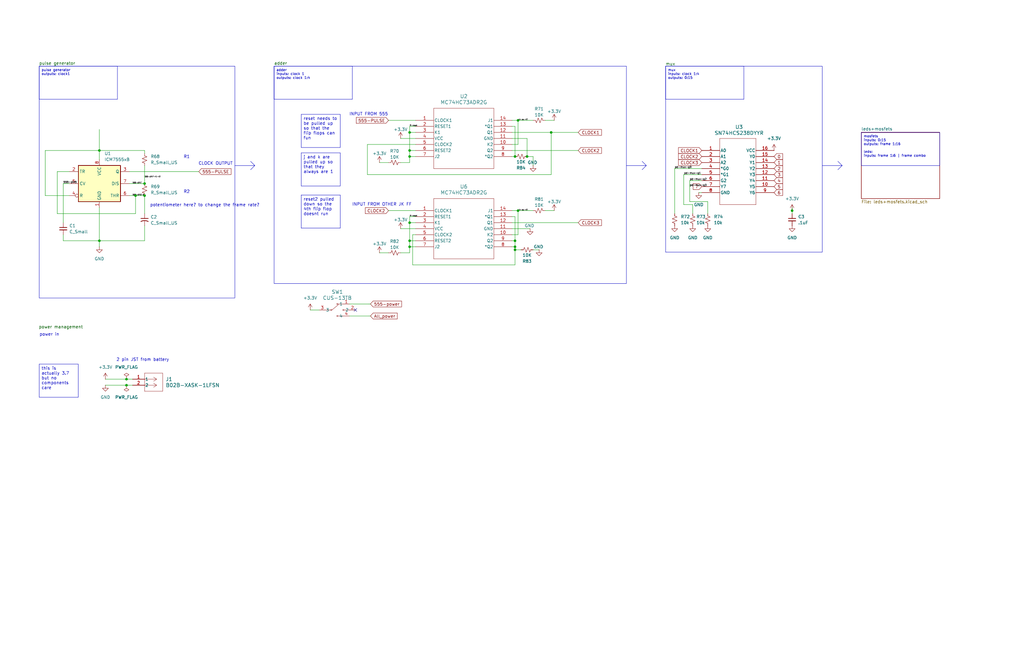
<source format=kicad_sch>
(kicad_sch (version 20250114) (generator "eeschema") (generator_version "9.0")
  (paper "USLedger")
  (lib_symbols
    (symbol "1X02_JST:B02B-XASK-1LFSN" (pin_names (offset 0.254))
      (property "Reference" "J" (at 8.89 6.35 0))
      (property "Value" "B02B-XASK-1LFSN" (at 0 0 0))
      (symbol "B02B-XASK-1LFSN_1_1"
        (polyline (pts (xy 5.08 2.54) (xy 5.08 -5.08)) (stroke (width 0.127)))
        (polyline (pts (xy 5.08 -5.08) (xy 12.7 -5.08)) (stroke (width 0.127)))
        (polyline (pts (xy 10.16 0) (xy 5.08 0)) (stroke (width 0.127)))
        (polyline (pts (xy 10.16 0) (xy 8.89 0.8467)) (stroke (width 0.127)))
        (polyline (pts (xy 10.16 0) (xy 8.89 -0.8467)) (stroke (width 0.127)))
        (polyline (pts (xy 10.16 -2.54) (xy 5.08 -2.54)) (stroke (width 0.127)))
        (polyline (pts (xy 10.16 -2.54) (xy 8.89 -1.6933)) (stroke (width 0.127)))
        (polyline (pts (xy 10.16 -2.54) (xy 8.89 -3.3867)) (stroke (width 0.127)))
        (polyline (pts (xy 12.7 2.54) (xy 5.08 2.54)) (stroke (width 0.127)))
        (polyline (pts (xy 12.7 -5.08) (xy 12.7 2.54)) (stroke (width 0.127)))
        (pin unspecified line (at 0 0 0) (length 5.08) (name "1") (number "1"))
        (pin unspecified line (at 0 -2.54 0) (length 5.08) (name "2") (number "2"))
      )
      (symbol "B02B-XASK-1LFSN_1_2"
        (polyline (pts (xy 5.08 2.54) (xy 5.08 -5.08)) (stroke (width 0.127)))
        (polyline (pts (xy 5.08 -5.08) (xy 12.7 -5.08)) (stroke (width 0.127)))
        (polyline (pts (xy 7.62 0) (xy 5.08 0)) (stroke (width 0.127)))
        (polyline (pts (xy 7.62 0) (xy 8.89 0.8467)) (stroke (width 0.127)))
        (polyline (pts (xy 7.62 0) (xy 8.89 -0.8467)) (stroke (width 0.127)))
        (polyline (pts (xy 7.62 -2.54) (xy 5.08 -2.54)) (stroke (width 0.127)))
        (polyline (pts (xy 7.62 -2.54) (xy 8.89 -1.6933)) (stroke (width 0.127)))
        (polyline (pts (xy 7.62 -2.54) (xy 8.89 -3.3867)) (stroke (width 0.127)))
        (polyline (pts (xy 12.7 2.54) (xy 5.08 2.54)) (stroke (width 0.127)))
        (polyline (pts (xy 12.7 -5.08) (xy 12.7 2.54)) (stroke (width 0.127)))
        (pin unspecified line (at 0 0 0) (length 5.08) (name "1") (number "1"))
        (pin unspecified line (at 0 -2.54 0) (length 5.08) (name "2") (number "2"))
      )
    )
    (symbol "Device:C_Small" (pin_numbers (hide yes)) (pin_names (offset 0.254) (hide yes))
      (property "Reference" "C" (at 0.254 1.778 0))
      (property "Value" "C_Small" (at 0.254 -2.032 0))
      (symbol "C_Small_0_1"
        (polyline (pts (xy -1.524 0.508) (xy 1.524 0.508)) (stroke (width 0.3048)))
        (polyline (pts (xy -1.524 -0.508) (xy 1.524 -0.508)) (stroke (width 0.3302)))
      )
      (symbol "C_Small_1_1"
        (pin passive line (at 0 2.54 270) (length 2.032) (name "~") (number "1"))
        (pin passive line (at 0 -2.54 90) (length 2.032) (name "~") (number "2"))
      )
    )
    (symbol "Device:C_Small_US" (pin_numbers (hide yes)) (pin_names (offset 0.254) (hide yes))
      (property "Reference" "C" (at 0.254 1.778 0))
      (property "Value" "C_Small_US" (at 0.254 -2.032 0))
      (symbol "C_Small_US_0_1"
        (polyline (pts (xy -1.524 0.508) (xy 1.524 0.508)) (stroke (width 0.3048)))
        (arc (start -1.524 -0.762) (mid 0 -0.3734) (end 1.524 -0.762) (stroke (width 0.3048)))
      )
      (symbol "C_Small_US_1_1"
        (pin passive line (at 0 2.54 270) (length 2.032) (name "~") (number "1"))
        (pin passive line (at 0 -2.54 90) (length 2.032) (name "~") (number "2"))
      )
    )
    (symbol "Device:R_Small_US" (pin_numbers (hide yes)) (pin_names (offset 0.254) (hide yes))
      (property "Reference" "R" (at 0.762 0.508 0))
      (property "Value" "R_Small_US" (at 0.762 -1.016 0))
      (symbol "R_Small_US_1_1"
        (polyline (pts (xy 0 1.524) (xy 1.016 1.143) (xy 0 0.762) (xy -1.016 0.381) (xy 0 0)))
        (polyline (pts (xy 0 0) (xy 1.016 -0.381) (xy 0 -0.762) (xy -1.016 -1.143) (xy 0 -1.524)))
        (pin passive line (at 0 2.54 270) (length 1.016) (name "~") (number "1"))
        (pin passive line (at 0 -2.54 90) (length 1.016) (name "~") (number "2"))
      )
    )
    (symbol "MC74HC73ADR2G_JK-FLIPFLOP:MC74HC73ADR2G" (pin_names (offset 0.254))
      (property "Reference" "U" (at 20.32 10.16 0))
      (property "Value" "MC74HC73ADR2G" (at 20.32 7.62 0))
      (symbol "MC74HC73ADR2G_0_1"
        (polyline (pts (xy 7.62 5.08) (xy 7.62 -20.32)) (stroke (width 0.127)))
        (polyline (pts (xy 7.62 -20.32) (xy 33.02 -20.32)) (stroke (width 0.127)))
        (polyline (pts (xy 33.02 5.08) (xy 7.62 5.08)) (stroke (width 0.127)))
        (polyline (pts (xy 33.02 -20.32) (xy 33.02 5.08)) (stroke (width 0.127)))
        (pin input line (at 0 0 0) (length 7.62) (name "CLOCK1") (number "1"))
        (pin input line (at 0 -2.54 0) (length 7.62) (name "RESET1") (number "2"))
        (pin input line (at 0 -5.08 0) (length 7.62) (name "K1") (number "3"))
        (pin power_in line (at 0 -7.62 0) (length 7.62) (name "VCC") (number "4"))
        (pin input line (at 0 -10.16 0) (length 7.62) (name "CLOCK2") (number "5"))
        (pin input line (at 0 -12.7 0) (length 7.62) (name "RESET2") (number "6"))
        (pin input line (at 0 -15.24 0) (length 7.62) (name "J2") (number "7"))
        (pin input line (at 40.64 0 180) (length 7.62) (name "J1") (number "14"))
        (pin output line (at 40.64 -2.54 180) (length 7.62) (name "*Q1") (number "13"))
        (pin output line (at 40.64 -5.08 180) (length 7.62) (name "Q1") (number "12"))
        (pin power_in line (at 40.64 -7.62 180) (length 7.62) (name "GND") (number "11"))
        (pin input line (at 40.64 -10.16 180) (length 7.62) (name "K2") (number "10"))
        (pin output line (at 40.64 -12.7 180) (length 7.62) (name "Q2") (number "9"))
        (pin output line (at 40.64 -15.24 180) (length 7.62) (name "*Q2") (number "8"))
      )
    )
    (symbol "SN74HCS238DYYR-3-8-MUX:SN74HCS238DYYR" (pin_names (offset 0.254))
      (property "Reference" "U5" (at 15.748 9.906 0))
      (property "Value" "SN74HCS238DYYR" (at 15.748 7.366 0))
      (symbol "SN74HCS238DYYR_0_1"
        (polyline (pts (xy 7.62 5.08) (xy 7.62 -22.86)) (stroke (width 0.127)))
        (polyline (pts (xy 7.62 -22.86) (xy 22.86 -22.86)) (stroke (width 0.127)))
        (polyline (pts (xy 22.86 5.08) (xy 7.62 5.08)) (stroke (width 0.127)))
        (polyline (pts (xy 22.86 -22.86) (xy 22.86 5.08)) (stroke (width 0.127)))
        (pin input line (at 0 0 0) (length 7.62) (name "A0") (number "1"))
        (pin input line (at 0 -2.54 0) (length 7.62) (name "A1") (number "2"))
        (pin input line (at 0 -5.08 0) (length 7.62) (name "A2") (number "3"))
        (pin input line (at 0 -7.62 0) (length 7.62) (name "*G0") (number "4"))
        (pin input line (at 0 -10.16 0) (length 7.62) (name "*G1") (number "5"))
        (pin input line (at 0 -12.7 0) (length 7.62) (name "G2") (number "6"))
        (pin output line (at 0 -15.24 0) (length 7.62) (name "Y7") (number "7"))
        (pin power_out line (at 0 -17.78 0) (length 7.62) (name "GND") (number "8"))
        (pin power_in line (at 30.48 0 180) (length 7.62) (name "VCC") (number "16"))
        (pin output line (at 30.48 -2.54 180) (length 7.62) (name "Y0") (number "15"))
        (pin output line (at 30.48 -5.08 180) (length 7.62) (name "Y1") (number "14"))
        (pin output line (at 30.48 -7.62 180) (length 7.62) (name "Y2") (number "13"))
        (pin output line (at 30.48 -10.16 180) (length 7.62) (name "Y3") (number "12"))
        (pin output line (at 30.48 -12.7 180) (length 7.62) (name "Y4") (number "11"))
        (pin output line (at 30.48 -15.24 180) (length 7.62) (name "Y5") (number "10"))
        (pin output line (at 30.48 -17.78 180) (length 7.62) (name "Y6") (number "9"))
      )
    )
    (symbol "Timer:ICM7555xB"
      (property "Reference" "U" (at -10.16 8.89 0))
      (property "Value" "ICM7555xB" (at 2.54 8.89 0))
      (symbol "ICM7555xB_0_0"
        (pin power_in line (at 0 10.16 270) (length 2.54) (name "VCC") (number "8"))
        (pin power_in line (at 0 -10.16 90) (length 2.54) (name "GND") (number "1"))
      )
      (symbol "ICM7555xB_0_1"
        (rectangle (start -8.89 -7.62) (end 8.89 7.62) (stroke (width 0.254)) (fill (type background)))
        (rectangle (start -8.89 -7.62) (end 8.89 7.62) (stroke (width 0.254)) (fill (type background)))
      )
      (symbol "ICM7555xB_1_1"
        (pin input line (at -12.7 5.08 0) (length 3.81) (name "TR") (number "2"))
        (pin input line (at -12.7 0 0) (length 3.81) (name "CV") (number "5"))
        (pin input inverted (at -12.7 -5.08 0) (length 3.81) (name "R") (number "4"))
        (pin output line (at 12.7 5.08 180) (length 3.81) (name "Q") (number "3"))
        (pin input line (at 12.7 0 180) (length 3.81) (name "DIS") (number "7"))
        (pin input line (at 12.7 -5.08 180) (length 3.81) (name "THR") (number "6"))
      )
    )
    (symbol "power:+3.3V" (power) (pin_numbers (hide yes)) (pin_names (offset 0) (hide yes))
      (property "Value" "+3.3V" (at 0 3.556 0))
      (symbol "+3.3V_0_1"
        (polyline (pts (xy -0.762 1.27) (xy 0 2.54)))
        (polyline (pts (xy 0 2.54) (xy 0.762 1.27)))
        (polyline (pts (xy 0 0) (xy 0 2.54)))
      )
      (symbol "+3.3V_1_1"
        (pin power_in line (at 0 0 90) (length 0) (name "~") (number "1"))
      )
    )
    (symbol "power:GND" (power) (pin_numbers (hide yes)) (pin_names (offset 0) (hide yes))
      (property "Value" "GND" (at 0 -3.81 0))
      (symbol "GND_0_1"
        (polyline (pts (xy 0 0) (xy 0 -1.27) (xy 1.27 -1.27) (xy 0 -2.54) (xy -1.27 -1.27) (xy 0 -1.27)))
      )
      (symbol "GND_1_1"
        (pin power_in line (at 0 0 270) (length 0) (name "~") (number "1"))
      )
    )
    (symbol "power:PWR_FLAG" (power) (pin_numbers (hide yes)) (pin_names (offset 0) (hide yes))
      (property "Value" "PWR_FLAG" (at 0 3.81 0))
      (symbol "PWR_FLAG_0_0"
        (pin power_out line (at 0 0 90) (length 0) (name "~") (number "1"))
      )
      (symbol "PWR_FLAG_0_1"
        (polyline (pts (xy 0 0) (xy 0 1.27) (xy -1.016 1.905) (xy 0 2.54) (xy 1.016 1.905) (xy 0 1.27)))
      )
    )
    (symbol "sp3t-slide-switch:CUS-13TB" (pin_names (offset 0.254))
      (property "Reference" "SW" (at 10.16 12.7 0))
      (property "Value" "CUS-13TB" (at 10.16 10.16 0))
      (symbol "CUS-13TB_0_1"
        (polyline (pts (xy 2.54 0) (xy 4.826 0)) (stroke (width 0.127)))
        (circle (center 5.08 0) (radius 0.254) (stroke (width 0.127)))
        (polyline (pts (xy 5.334 0) (xy 8.128 2.286)) (stroke (width 0.127)))
        (circle (center 7.62 2.54) (radius 0.254) (stroke (width 0.127)))
        (circle (center 7.62 -2.54) (radius 0.254) (stroke (width 0.127)))
        (polyline (pts (xy 10.16 2.54) (xy 7.874 2.54)) (stroke (width 0.127)))
        (circle (center 10.16 0) (radius 0.254) (stroke (width 0.127)))
        (polyline (pts (xy 10.16 -2.54) (xy 7.874 -2.54)) (stroke (width 0.127)))
        (polyline (pts (xy 12.7 0) (xy 10.414 0)) (stroke (width 0.127)))
        (pin unspecified line (at 0 0 0) (length 2.54) (name "3") (number "3"))
        (pin unspecified line (at 12.7 2.54 180) (length 2.54) (name "1") (number "1"))
        (pin unspecified line (at 12.7 -2.54 180) (length 2.54) (name "4") (number "4"))
        (pin unspecified line (at 15.24 0 180) (length 2.54) (name "2") (number "2"))
      )
    )
  )
  (rectangle (start 280.67 27.94) (end 346.71 106.426))
  (rectangle (start 115.57 27.94) (end 264.16 119.634))
  (rectangle (start 16.51 27.94) (end 99.06 125.73))
  (text "CLOCK OUTPUT\n" (at 90.932 69.088 0) (effects (font (size 1.27 1.27))))
  (text "INPUT FROM 555" (at 155.448 48.26 0) (effects (font (size 1.27 1.27))))
  (text "adder\n" (at 118.364 26.924 0) (effects (font (size 1.27 1.27))))
  (text "R1\n" (at 78.74 66.294 0) (effects (font (size 1.27 1.27))))
  (text "mux" (at 282.702 27.178 0) (effects (font (size 1.27 1.27))))
  (text "R2\n" (at 78.74 81.026 0) (effects (font (size 1.27 1.27))))
  (text "INPUT FROM OTHER JK FF\n" (at 161.036 86.36 0) (effects (font (size 1.27 1.27))))
  (text "potentiometer here? to change the frame rate?" (at 86.36 86.614 0) (effects (font (size 1.27 1.27))))
  (text "pulse generator\n" (at 24.13 26.924 0) (effects (font (size 1.27 1.27))))
  (text "power management" (at 25.654 138.176 0) (effects (font (size 1.27 1.27))))
  (text "2 pin JST from battery\n" (at 60.198 151.892 0) (effects (font (size 1.27 1.27))))
  (text "power in" (at 20.828 141.224 0) (effects (font (size 1.27 1.27))))
  (text_box "j and k are pulled up so that they always are 1" (at 127 64.516 0) (size 16.51 13.97) (margins 0.9525 0.9525 0.9525 0.9525) (effects (font (size 1.27 1.27)) (justify left top)))
  (text_box "reset2 pulled down so the 4th flip flop doesnt run" (at 127 82.296 0) (size 16.51 13.97) (margins 0.9525 0.9525 0.9525 0.9525) (effects (font (size 1.27 1.27)) (justify left top)))
  (text_box "mosfets\ninputs: 0:15\noutputs: frame 1:16\n\nleds: \ninputs: frame 1:6 | frame combo" (at 363.22 55.88 0) (size 33.02 13.97) (margins 0.9525 0.9525 0.9525 0.9525) (effects (font (size 1.016 1.016)) (justify left top)))
  (text_box "reset needs to be pulled up so that the flip flops can fun" (at 127 48.26 0) (size 16.51 13.97) (margins 0.9525 0.9525 0.9525 0.9525) (effects (font (size 1.27 1.27)) (justify left top)))
  (text_box "pulse generator\noutputs: clock1" (at 16.51 27.94 0) (size 33.02 13.97) (margins 0.9525 0.9525 0.9525 0.9525) (effects (font (size 1.016 1.016)) (justify left top)))
  (text_box "mux\ninputs: clock 1:4\noutputs: 0:15" (at 280.67 27.94 0) (size 33.02 13.97) (margins 0.9525 0.9525 0.9525 0.9525) (effects (font (size 1.016 1.016)) (justify left top)))
  (text_box "adder\ninputs: clock 1\noutputs: clock 1:4" (at 115.57 27.94 0) (size 33.0199 13.97) (margins 0.9525 0.9525 0.9525 0.9525) (effects (font (size 1.016 1.016)) (justify left top)))
  (text_box "this is actually 3.7 but no components care\n" (at 16.51 153.67 0) (size 16.51 13.97) (margins 0.9525 0.9525 0.9525 0.9525) (effects (font (size 1.27 1.27)) (justify left top)))
  (junction (at 172.72 63.5))
  (junction (at 217.17 105.41))
  (junction (at 172.72 93.98))
  (junction (at 232.41 55.88))
  (junction (at 41.91 63.5))
  (junction (at 41.91 101.6))
  (junction (at 60.96 77.47))
  (junction (at 172.72 101.6))
  (junction (at 53.34 162.56))
  (junction (at 218.44 88.9))
  (junction (at 217.17 66.04))
  (junction (at 217.17 104.14))
  (junction (at 172.72 55.88))
  (junction (at 172.72 66.04))
  (junction (at 217.17 101.6))
  (junction (at 57.15 82.55))
  (junction (at 53.34 160.02))
  (junction (at 222.25 66.04))
  (junction (at 172.72 104.14))
  (junction (at 334.01 88.9))
  (junction (at 60.96 82.55))
  (junction (at 218.44 50.8))
  (no_connect (at 149.86 130.81))
  (wire (pts (xy 172.72 55.88) (xy 172.72 63.5)))
  (wire (pts (xy 292.1 86.36) (xy 292.1 90.17)))
  (wire (pts (xy 173.99 111.76) (xy 217.17 111.76)))
  (polyline (pts (xy 99.06 69.85) (xy 107.442 69.85)))
  (wire (pts (xy 156.21 133.35) (xy 147.32 133.35)))
  (wire (pts (xy 215.9 101.6) (xy 217.17 101.6)))
  (wire (pts (xy 288.29 73.66) (xy 288.29 86.36)))
  (wire (pts (xy 215.9 53.34) (xy 217.17 53.34)))
  (wire (pts (xy 160.02 68.58) (xy 163.83 68.58)))
  (wire (pts (xy 215.9 66.04) (xy 217.17 66.04)))
  (wire (pts (xy 217.17 53.34) (xy 217.17 66.04)))
  (wire (pts (xy 243.84 55.88) (xy 232.41 55.88)))
  (polyline (pts (xy 107.442 69.85) (xy 105.664 68.072)))
  (wire (pts (xy 295.91 76.2) (xy 290.83 76.2)))
  (wire (pts (xy 334.01 88.9) (xy 334.01 90.17)))
  (wire (pts (xy 154.94 60.96) (xy 154.94 73.66)))
  (wire (pts (xy 60.96 82.55) (xy 57.15 82.55)))
  (wire (pts (xy 26.67 99.06) (xy 26.67 101.6)))
  (wire (pts (xy 26.67 101.6) (xy 41.91 101.6)))
  (wire (pts (xy 232.41 55.88) (xy 215.9 55.88)))
  (wire (pts (xy 168.91 106.68) (xy 172.72 106.68)))
  (wire (pts (xy 217.17 105.41) (xy 219.71 105.41)))
  (wire (pts (xy 217.17 105.41) (xy 217.17 104.14)))
  (wire (pts (xy 218.44 88.9) (xy 218.44 99.06)))
  (wire (pts (xy 217.17 91.44) (xy 217.17 101.6)))
  (polyline (pts (xy 272.542 69.85) (xy 270.764 68.072)))
  (wire (pts (xy 175.26 53.34) (xy 172.72 53.34)))
  (wire (pts (xy 224.79 50.8) (xy 218.44 50.8)))
  (wire (pts (xy 215.9 91.44) (xy 217.17 91.44)))
  (wire (pts (xy 26.67 77.47) (xy 26.67 93.98)))
  (wire (pts (xy 217.17 101.6) (xy 217.17 104.14)))
  (wire (pts (xy 217.17 111.76) (xy 217.17 105.41)))
  (wire (pts (xy 294.64 81.28) (xy 295.91 81.28)))
  (wire (pts (xy 288.29 86.36) (xy 292.1 86.36)))
  (wire (pts (xy 41.91 63.5) (xy 60.96 63.5)))
  (wire (pts (xy 29.21 72.39) (xy 24.13 72.39)))
  (wire (pts (xy 172.72 91.44) (xy 172.72 93.98)))
  (wire (pts (xy 168.91 58.42) (xy 175.26 58.42)))
  (wire (pts (xy 172.72 101.6) (xy 172.72 104.14)))
  (wire (pts (xy 172.72 53.34) (xy 172.72 55.88)))
  (wire (pts (xy 172.72 101.6) (xy 175.26 101.6)))
  (polyline (pts (xy 107.442 69.85) (xy 107.188 69.85)))
  (polyline (pts (xy 355.092 69.85) (xy 353.314 71.628)))
  (wire (pts (xy 163.83 50.8) (xy 175.26 50.8)))
  (wire (pts (xy 218.44 99.06) (xy 215.9 99.06)))
  (wire (pts (xy 218.44 50.8) (xy 218.44 60.96)))
  (wire (pts (xy 175.26 91.44) (xy 172.72 91.44)))
  (wire (pts (xy 222.25 58.42) (xy 215.9 58.42)))
  (wire (pts (xy 224.79 88.9) (xy 218.44 88.9)))
  (wire (pts (xy 168.91 68.58) (xy 172.72 68.58)))
  (wire (pts (xy 172.72 63.5) (xy 175.26 63.5)))
  (wire (pts (xy 224.79 66.04) (xy 222.25 66.04)))
  (wire (pts (xy 60.96 101.6) (xy 41.91 101.6)))
  (wire (pts (xy 218.44 60.96) (xy 215.9 60.96)))
  (wire (pts (xy 284.48 71.12) (xy 284.48 90.17)))
  (wire (pts (xy 154.94 73.66) (xy 232.41 73.66)))
  (wire (pts (xy 175.26 60.96) (xy 154.94 60.96)))
  (wire (pts (xy 163.83 88.9) (xy 175.26 88.9)))
  (polyline (pts (xy 272.542 69.85) (xy 272.288 69.85)))
  (polyline (pts (xy 346.71 69.85) (xy 355.092 69.85)))
  (wire (pts (xy 24.13 90.17) (xy 57.15 90.17)))
  (wire (pts (xy 172.72 104.14) (xy 172.72 106.68)))
  (wire (pts (xy 29.21 82.55) (xy 19.05 82.55)))
  (wire (pts (xy 173.99 99.06) (xy 173.99 111.76)))
  (wire (pts (xy 295.91 71.12) (xy 284.48 71.12)))
  (wire (pts (xy 60.96 95.25) (xy 60.96 101.6)))
  (wire (pts (xy 223.52 96.52) (xy 215.9 96.52)))
  (wire (pts (xy 227.33 105.41) (xy 224.79 105.41)))
  (wire (pts (xy 334.01 87.63) (xy 334.01 88.9)))
  (wire (pts (xy 168.91 96.52) (xy 175.26 96.52)))
  (wire (pts (xy 218.44 88.9) (xy 215.9 88.9)))
  (wire (pts (xy 53.34 162.56) (xy 55.88 162.56)))
  (wire (pts (xy 224.79 69.85) (xy 224.79 66.04)))
  (wire (pts (xy 233.68 88.9) (xy 229.87 88.9)))
  (wire (pts (xy 172.72 66.04) (xy 172.72 68.58)))
  (wire (pts (xy 60.96 90.17) (xy 60.96 82.55)))
  (wire (pts (xy 44.45 160.02) (xy 53.34 160.02)))
  (wire (pts (xy 19.05 82.55) (xy 19.05 63.5)))
  (wire (pts (xy 54.61 72.39) (xy 83.82 72.39)))
  (polyline (pts (xy 355.092 69.85) (xy 354.838 69.85)))
  (wire (pts (xy 172.72 66.04) (xy 175.26 66.04)))
  (polyline (pts (xy 264.16 69.85) (xy 272.542 69.85)))
  (wire (pts (xy 160.02 106.68) (xy 163.83 106.68)))
  (polyline (pts (xy 107.442 69.85) (xy 105.664 71.628)))
  (wire (pts (xy 41.91 101.6) (xy 41.91 87.63)))
  (wire (pts (xy 41.91 63.5) (xy 41.91 67.31)))
  (wire (pts (xy 53.34 160.02) (xy 55.88 160.02)))
  (wire (pts (xy 172.72 63.5) (xy 172.72 66.04)))
  (wire (pts (xy 26.67 77.47) (xy 29.21 77.47)))
  (wire (pts (xy 218.44 50.8) (xy 215.9 50.8)))
  (wire (pts (xy 41.91 104.14) (xy 41.91 101.6)))
  (wire (pts (xy 298.45 85.09) (xy 298.45 90.17)))
  (wire (pts (xy 60.96 69.85) (xy 60.96 77.47)))
  (wire (pts (xy 57.15 82.55) (xy 54.61 82.55)))
  (wire (pts (xy 295.91 73.66) (xy 288.29 73.66)))
  (wire (pts (xy 57.15 82.55) (xy 57.15 90.17)))
  (wire (pts (xy 175.26 99.06) (xy 173.99 99.06)))
  (wire (pts (xy 233.68 50.8) (xy 229.87 50.8)))
  (wire (pts (xy 290.83 76.2) (xy 290.83 85.09)))
  (wire (pts (xy 232.41 73.66) (xy 232.41 55.88)))
  (wire (pts (xy 175.26 93.98) (xy 172.72 93.98)))
  (wire (pts (xy 60.96 77.47) (xy 54.61 77.47)))
  (wire (pts (xy 156.21 128.27) (xy 147.32 128.27)))
  (wire (pts (xy 175.26 55.88) (xy 172.72 55.88)))
  (wire (pts (xy 24.13 72.39) (xy 24.13 90.17)))
  (wire (pts (xy 60.96 63.5) (xy 60.96 64.77)))
  (wire (pts (xy 41.91 54.61) (xy 41.91 63.5)))
  (wire (pts (xy 44.45 162.56) (xy 53.34 162.56)))
  (wire (pts (xy 172.72 104.14) (xy 175.26 104.14)))
  (wire (pts (xy 217.17 104.14) (xy 215.9 104.14)))
  (wire (pts (xy 215.9 63.5) (xy 243.84 63.5)))
  (wire (pts (xy 222.25 66.04) (xy 222.25 58.42)))
  (wire (pts (xy 215.9 93.98) (xy 243.84 93.98)))
  (wire (pts (xy 19.05 63.5) (xy 41.91 63.5)))
  (wire (pts (xy 172.72 93.98) (xy 172.72 101.6)))
  (wire (pts (xy 130.81 130.81) (xy 134.62 130.81)))
  (polyline (pts (xy 272.542 69.85) (xy 270.764 71.628)))
  (polyline (pts (xy 355.092 69.85) (xy 353.314 68.072)))
  (wire (pts (xy 290.83 85.09) (xy 298.45 85.09)))
  (label "pd-mux-g0" (at 284.48 71.12 0) (effects (font (size 0.762 0.762))))
  (label "ff-reset" (at 172.72 91.44 0) (effects (font (size 0.508 0.508))))
  (label "555-pin5" (at 26.67 77.47 0) (effects (font (size 0.762 0.762))))
  (label "pd-mux-g3" (at 290.83 78.74 0) (effects (font (size 0.762 0.762))))
  (label "u4-pu-r2" (at 218.44 50.8 0) (effects (font (size 0.508 0.508))))
  (label "u4-pu-r2" (at 218.44 88.9 0) (effects (font (size 0.508 0.508))))
  (label "pd-mux-g1" (at 288.4062 73.66 0) (effects (font (size 0.762 0.762))))
  (label "ff-reset" (at 172.72 53.34 0) (effects (font (size 0.508 0.508))))
  (label "555-pin7-r1-r2" (at 60.96 74.93 0) (effects (font (size 0.508 0.508))))
  (label "pd-mux-g2" (at 290.83 76.2 0) (effects (font (size 0.762 0.762))))
  (label "555-pin2-6" (at 55.88 82.55 0) (effects (font (size 0.508 0.508))))
  (label "555-pin7" (at 55.88 77.47 0) (effects (font (size 0.508 0.508))))
  (global_label "4" (shape input) (at 326.39 76.2 0) (property "Intersheetrefs" "${INTERSHEET_REFS}" (effects (hide yes))))
  (global_label "CLOCK2" (shape input) (at 243.84 63.5 0) (property "Intersheetrefs" "${INTERSHEET_REFS}" (effects (hide yes))))
  (global_label "CLOCK1" (shape input) (at 295.91 63.5 180) (property "Intersheetrefs" "${INTERSHEET_REFS}" (effects (hide yes))))
  (global_label "0" (shape input) (at 326.39 66.04 0) (property "Intersheetrefs" "${INTERSHEET_REFS}" (effects (hide yes))))
  (global_label "3" (shape input) (at 326.39 73.66 0) (property "Intersheetrefs" "${INTERSHEET_REFS}" (effects (hide yes))))
  (global_label "CLOCK3" (shape input) (at 295.91 68.58 180) (property "Intersheetrefs" "${INTERSHEET_REFS}" (effects (hide yes))))
  (global_label "CLOCK3" (shape input) (at 243.84 93.98 0) (property "Intersheetrefs" "${INTERSHEET_REFS}" (effects (hide yes))))
  (global_label "1" (shape input) (at 326.39 68.58 0) (property "Intersheetrefs" "${INTERSHEET_REFS}" (effects (hide yes))))
  (global_label "7" (shape input) (at 295.91 78.74 180) (property "Intersheetrefs" "${INTERSHEET_REFS}" (effects (hide yes))))
  (global_label "2" (shape input) (at 326.39 71.12 0) (property "Intersheetrefs" "${INTERSHEET_REFS}" (effects (hide yes))))
  (global_label "6" (shape input) (at 326.39 81.28 0) (property "Intersheetrefs" "${INTERSHEET_REFS}" (effects (hide yes))))
  (global_label "CLOCK2" (shape input) (at 163.83 88.9 180) (property "Intersheetrefs" "${INTERSHEET_REFS}" (effects (hide yes))))
  (global_label "5" (shape input) (at 326.39 78.74 0) (property "Intersheetrefs" "${INTERSHEET_REFS}" (effects (hide yes))))
  (global_label "555-PULSE" (shape input) (at 83.82 72.39 0) (property "Intersheetrefs" "${INTERSHEET_REFS}" (effects (hide yes))))
  (global_label "CLOCK1" (shape input) (at 243.84 55.88 0) (property "Intersheetrefs" "${INTERSHEET_REFS}" (effects (hide yes))))
  (global_label "All_power" (shape input) (at 156.21 133.35 0) (property "Intersheetrefs" "${INTERSHEET_REFS}" (effects (hide yes))))
  (global_label "CLOCK2" (shape input) (at 295.91 66.04 180) (property "Intersheetrefs" "${INTERSHEET_REFS}" (effects (hide yes))))
  (global_label "555-PULSE" (shape input) (at 163.83 50.8 180) (property "Intersheetrefs" "${INTERSHEET_REFS}" (effects (hide yes))))
  (global_label "555-power" (shape input) (at 156.21 128.27 0) (property "Intersheetrefs" "${INTERSHEET_REFS}" (effects (hide yes))))
  (symbol (lib_id "power:+3.3V") (at 326.39 63.5 0) (unit 1)
    (property "Reference" "#PWR025" (effects (hide yes)))
    (property "Value" "+3.3V" (at 326.39 58.42 0))
    (property "Description" "Power symbol creates a global label with name \"+3.3V\"" (effects (hide yes)))
  )
  (symbol (lib_id "power:+3.3V") (at 233.68 88.9 0) (mirror y) (unit 1)
    (property "Reference" "#PWR052" (effects (hide yes)))
    (property "Value" "+3.3V" (at 233.68 85.09 0))
    (property "Description" "Power symbol creates a global label with name \"+3.3V\"" (effects (hide yes)))
  )
  (symbol (lib_id "Device:R_Small_US") (at 298.45 92.71 0) (unit 1)
    (property "Reference" "R74" (at 300.99 91.4399 0) (effects (justify left)))
    (property "Value" "10k" (at 300.99 93.9799 0) (effects (justify left)))
    (property "Footprint" "Capacitor_SMD:C_0402_1005Metric_Pad0.74x0.62mm_HandSolder" (effects (hide yes)))
    (property "Description" "Resistor, small US symbol" (effects (hide yes)))
  )
  (symbol (lib_id "Device:R_Small_US") (at 292.1 92.71 0) (unit 1)
    (property "Reference" "R73" (at 293.624 91.44 0) (effects (justify left)))
    (property "Value" "10k" (at 293.624 93.98 0) (effects (justify left)))
    (property "Footprint" "Capacitor_SMD:C_0402_1005Metric_Pad0.74x0.62mm_HandSolder" (effects (hide yes)))
    (property "Description" "Resistor, small US symbol" (effects (hide yes)))
  )
  (symbol (lib_id "power:+3.3V") (at 130.81 130.81 0) (unit 1)
    (property "Reference" "#PWR016" (effects (hide yes)))
    (property "Value" "+3.3V" (at 130.81 125.73 0))
    (property "Description" "Power symbol creates a global label with name \"+3.3V\"" (effects (hide yes)))
  )
  (symbol (lib_id "Device:C_Small") (at 334.01 92.71 0) (unit 1)
    (property "Reference" "C3" (at 336.55 91.4462 0) (effects (justify left)))
    (property "Value" ".1uF" (at 336.55 93.9862 0) (effects (justify left)))
    (property "Footprint" "Capacitor_SMD:C_0603_1608Metric_Pad1.08x0.95mm_HandSolder" (effects (hide yes)))
    (property "Description" "MUX BYPASS CAP (CLOSE TO DEVICE)" (effects (hide yes)))
  )
  (symbol (lib_id "power:+3.3V") (at 160.02 106.68 0) (unit 1)
    (property "Reference" "#PWR055" (effects (hide yes)))
    (property "Value" "+3.3V" (at 160.02 102.87 0))
    (property "Description" "Power symbol creates a global label with name \"+3.3V\"" (effects (hide yes)))
  )
  (symbol (lib_id "power:+3.3V") (at 233.68 50.8 0) (mirror y) (unit 1)
    (property "Reference" "#PWR020" (effects (hide yes)))
    (property "Value" "+3.3V" (at 233.68 46.99 0))
    (property "Description" "Power symbol creates a global label with name \"+3.3V\"" (effects (hide yes)))
  )
  (symbol (lib_id "Device:R_Small_US") (at 166.37 106.68 90) (unit 1)
    (property "Reference" "R82" (at 166.37 101.854 90))
    (property "Value" "10K" (at 166.37 104.394 90))
    (property "Footprint" "Capacitor_SMD:C_0402_1005Metric_Pad0.74x0.62mm_HandSolder" (effects (hide yes)))
    (property "Description" "Resistor, small US symbol" (effects (hide yes)))
  )
  (symbol (lib_id "power:GND") (at 298.45 95.25 0) (unit 1)
    (property "Reference" "#PWR024" (effects (hide yes)))
    (property "Value" "GND" (at 298.45 100.33 0))
    (property "Description" "Power symbol creates a global label with name \"GND\" , ground" (effects (hide yes)))
  )
  (symbol (lib_id "power:GND") (at 44.45 162.56 0) (unit 1)
    (property "Reference" "#PWR015" (effects (hide yes)))
    (property "Value" "GND" (at 44.45 167.64 0))
    (property "Description" "Power symbol creates a global label with name \"GND\" , ground" (effects (hide yes)))
  )
  (symbol (lib_id "power:+3.3V") (at 334.01 88.9 0) (unit 1)
    (property "Reference" "#PWR026" (effects (hide yes)))
    (property "Value" "+3.3V" (at 334.01 83.82 0))
    (property "Description" "Power symbol creates a global label with name \"+3.3V\"" (effects (hide yes)))
  )
  (symbol (lib_id "SN74HCS238DYYR-3-8-MUX:SN74HCS238DYYR") (at 295.91 63.5 0) (unit 1)
    (property "Reference" "U3" (at 311.658 53.594 0) (effects (font (size 1.524 1.524))))
    (property "Value" "SN74HCS238DYYR" (at 311.658 56.134 0) (effects (font (size 1.524 1.524))))
    (property "Footprint" "GRAD-CAP:SN74HCS238DYYR-3-8-MUX" (effects (hide yes)))
    (property "Datasheet" "https://www.ti.com/lit/gpn/sn74hcs238" (effects (hide yes)))
  )
  (symbol (lib_id "power:+3.3V") (at 160.02 68.58 0) (unit 1)
    (property "Reference" "#PWR017" (effects (hide yes)))
    (property "Value" "+3.3V" (at 160.02 64.77 0))
    (property "Description" "Power symbol creates a global label with name \"+3.3V\"" (effects (hide yes)))
  )
  (symbol (lib_id "power:PWR_FLAG") (at 53.34 160.02 0) (unit 1)
    (property "Reference" "#FLG01" (effects (hide yes)))
    (property "Value" "PWR_FLAG" (at 53.34 154.94 0))
    (property "Description" "Special symbol for telling ERC where power comes from" (effects (hide yes)))
  )
  (symbol (lib_id "power:GND") (at 294.64 81.28 0) (unit 1)
    (property "Reference" "#PWR023" (effects (hide yes)))
    (property "Value" "GND" (at 294.64 86.36 0))
    (property "Description" "Power symbol creates a global label with name \"GND\" , ground" (effects (hide yes)))
  )
  (symbol (lib_id "power:PWR_FLAG") (at 53.34 162.56 0) (mirror x) (unit 1)
    (property "Reference" "#FLG02" (effects (hide yes)))
    (property "Value" "PWR_FLAG" (at 53.34 167.64 0))
    (property "Description" "Special symbol for telling ERC where power comes from" (effects (hide yes)))
  )
  (symbol (lib_id "sp3t-slide-switch:CUS-13TB") (at 134.62 130.81 0) (unit 1) (in_bom no)
    (property "Reference" "SW1" (at 142.24 123.19 0) (effects (font (size 1.524 1.524))))
    (property "Value" "CUS-13TB" (at 142.24 125.73 0) (effects (font (size 1.524 1.524))))
    (property "Footprint" "CUS-13TB_NDC" (effects (hide yes)))
    (property "Datasheet" "CUS-13TB" (effects (hide yes)))
  )
  (symbol (lib_id "power:GND") (at 41.91 104.14 0) (unit 1)
    (property "Reference" "#PWR013" (effects (hide yes)))
    (property "Value" "GND" (at 41.91 109.22 0))
    (property "Description" "Power symbol creates a global label with name \"GND\" , ground" (effects (hide yes)))
  )
  (symbol (lib_id "power:+3.3V") (at 44.45 160.02 0) (unit 1)
    (property "Reference" "#PWR014" (effects (hide yes)))
    (property "Value" "+3.3V" (at 44.45 154.94 0))
    (property "Description" "Power symbol creates a global label with name \"+3.3V\"" (effects (hide yes)))
  )
  (symbol (lib_id "MC74HC73ADR2G_JK-FLIPFLOP:MC74HC73ADR2G") (at 175.26 50.8 0) (unit 1)
    (property "Reference" "U2" (at 195.58 40.64 0) (effects (font (size 1.524 1.524))))
    (property "Value" "MC74HC73ADR2G" (at 195.58 43.18 0) (effects (font (size 1.524 1.524))))
    (property "Footprint" "GRAD-CAP:MC74HC73ADR2G_JK-FLIPFLOP" (effects (hide yes)))
    (property "Datasheet" "MC74HC73ADR2G" (effects (hide yes)))
  )
  (symbol (lib_id "power:GND") (at 292.1 95.25 0) (unit 1)
    (property "Reference" "#PWR022" (effects (hide yes)))
    (property "Value" "GND" (at 292.1 100.33 0))
    (property "Description" "Power symbol creates a global label with name \"GND\" , ground" (effects (hide yes)))
  )
  (symbol (lib_id "power:GND") (at 224.79 69.85 0) (unit 1)
    (property "Reference" "#PWR019" (effects (hide yes)))
    (property "Value" "GND" (at 224.536 68.58 0))
    (property "Description" "Power symbol creates a global label with name \"GND\" , ground" (effects (hide yes)))
  )
  (symbol (lib_id "power:+3.3V") (at 168.91 96.52 0) (unit 1)
    (property "Reference" "#PWR053" (effects (hide yes)))
    (property "Value" "+3.3V" (at 168.91 92.71 0))
    (property "Description" "Power symbol creates a global label with name \"+3.3V\"" (effects (hide yes)))
  )
  (symbol (lib_id "Device:C_Small") (at 26.67 96.52 0) (unit 1)
    (property "Reference" "C1" (at 29.21 95.2562 0) (effects (justify left)))
    (property "Value" "C_Small" (at 29.21 97.7962 0) (effects (justify left)))
    (property "Footprint" "Capacitor_SMD:C_0603_1608Metric_Pad1.08x0.95mm_HandSolder" (effects (hide yes)))
    (property "Description" "Unpolarized capacitor, small symbol" (effects (hide yes)))
  )
  (symbol (lib_id "Device:R_Small_US") (at 60.96 80.01 0) (unit 1)
    (property "Reference" "R69" (at 63.5 78.7399 0) (effects (justify left)))
    (property "Value" "R_Small_US" (at 63.5 81.2799 0) (effects (justify left)))
    (property "Footprint" "Resistor_SMD:R_0603_1608Metric_Pad0.98x0.95mm_HandSolder" (effects (hide yes)))
    (property "Description" "Resistor, small US symbol" (effects (hide yes)))
  )
  (symbol (lib_id "Device:R_Small_US") (at 227.33 88.9 270) (mirror x) (unit 1)
    (property "Reference" "R81" (at 227.33 84.074 90))
    (property "Value" "10K" (at 227.33 86.614 90))
    (property "Footprint" "Capacitor_SMD:C_0402_1005Metric_Pad0.74x0.62mm_HandSolder" (effects (hide yes)))
    (property "Description" "Resistor, small US symbol" (effects (hide yes)))
  )
  (symbol (lib_id "Device:C_Small_US") (at 60.96 92.71 0) (unit 1)
    (property "Reference" "C2" (at 63.5 91.5669 0) (effects (justify left)))
    (property "Value" "C_Small_US" (at 63.5 94.1069 0) (effects (justify left)))
    (property "Footprint" "Capacitor_SMD:C_0603_1608Metric_Pad1.08x0.95mm_HandSolder" (effects (hide yes)))
    (property "Description" "capacitor, small US symbol" (effects (hide yes)))
  )
  (symbol (lib_id "power:GND") (at 284.48 95.25 0) (unit 1)
    (property "Reference" "#PWR021" (effects (hide yes)))
    (property "Value" "GND" (at 284.48 100.33 0))
    (property "Description" "Power symbol creates a global label with name \"GND\" , ground" (effects (hide yes)))
  )
  (symbol (lib_id "Device:R_Small_US") (at 227.33 50.8 270) (mirror x) (unit 1)
    (property "Reference" "R71" (at 227.33 45.974 90))
    (property "Value" "10K" (at 227.33 48.514 90))
    (property "Footprint" "Capacitor_SMD:C_0402_1005Metric_Pad0.74x0.62mm_HandSolder" (effects (hide yes)))
    (property "Description" "Resistor, small US symbol" (effects (hide yes)))
  )
  (symbol (lib_id "Device:R_Small_US") (at 222.25 105.41 270) (unit 1)
    (property "Reference" "R83" (at 222.25 110.236 90))
    (property "Value" "10K" (at 222.25 107.696 90))
    (property "Footprint" "Capacitor_SMD:C_0402_1005Metric_Pad0.74x0.62mm_HandSolder" (effects (hide yes)))
    (property "Description" "Resistor, small US symbol" (effects (hide yes)))
  )
  (symbol (lib_id "Device:R_Small_US") (at 284.48 92.71 0) (unit 1)
    (property "Reference" "R72" (at 287.02 91.4399 0) (effects (justify left)))
    (property "Value" "10k" (at 287.02 93.9799 0) (effects (justify left)))
    (property "Footprint" "Capacitor_SMD:C_0402_1005Metric_Pad0.74x0.62mm_HandSolder" (effects (hide yes)))
    (property "Description" "Resistor, small US symbol" (effects (hide yes)))
  )
  (symbol (lib_id "Timer:ICM7555xB") (at 41.91 77.47 0) (unit 1)
    (property "Reference" "U1" (at 44.0533 64.77 0) (effects (justify left)))
    (property "Value" "ICM7555xB" (at 44.0533 67.31 0) (effects (justify left)))
    (property "Footprint" "Package_SO:SOIC-8_3.9x4.9mm_P1.27mm" (effects (hide yes)))
    (property "Datasheet" "http://www.intersil.com/content/dam/Intersil/documents/icm7/icm7555-56.pdf" (effects (hide yes)))
    (property "Description" "CMOS General Purpose Timer, 555 compatible, SOIC-8" (effects (hide yes)))
  )
  (symbol (lib_id "MC74HC73ADR2G_JK-FLIPFLOP:MC74HC73ADR2G") (at 175.26 88.9 0) (unit 1)
    (property "Reference" "U6" (at 195.58 78.74 0) (effects (font (size 1.524 1.524))))
    (property "Value" "MC74HC73ADR2G" (at 195.58 81.28 0) (effects (font (size 1.524 1.524))))
    (property "Footprint" "GRAD-CAP:MC74HC73ADR2G_JK-FLIPFLOP" (effects (hide yes)))
    (property "Datasheet" "MC74HC73ADR2G" (effects (hide yes)))
  )
  (symbol (lib_id "Device:R_Small_US") (at 60.96 67.31 0) (unit 1)
    (property "Reference" "R68" (at 63.5 66.0399 0) (effects (justify left)))
    (property "Value" "R_Small_US" (at 63.5 68.5799 0) (effects (justify left)))
    (property "Footprint" "Resistor_SMD:R_0603_1608Metric_Pad0.98x0.95mm_HandSolder" (effects (hide yes)))
    (property "Description" "Resistor, small US symbol" (effects (hide yes)))
  )
  (symbol (lib_id "power:GND") (at 334.01 95.25 0) (unit 1)
    (property "Reference" "#PWR027" (effects (hide yes)))
    (property "Value" "GND" (at 334.01 100.33 0))
    (property "Description" "Power symbol creates a global label with name \"GND\" , ground" (effects (hide yes)))
  )
  (symbol (lib_id "power:GND") (at 223.52 96.52 0) (unit 1)
    (property "Reference" "#PWR054" (effects (hide yes)))
    (property "Value" "GND" (at 223.266 95.25 0))
    (property "Description" "Power symbol creates a global label with name \"GND\" , ground" (effects (hide yes)))
  )
  (symbol (lib_id "Device:R_Small_US") (at 219.71 66.04 270) (unit 1)
    (property "Reference" "R84" (at 219.71 70.866 90))
    (property "Value" "10K" (at 219.71 68.326 90))
    (property "Footprint" "Capacitor_SMD:C_0402_1005Metric_Pad0.74x0.62mm_HandSolder" (effects (hide yes)))
    (property "Description" "Resistor, small US symbol" (effects (hide yes)))
  )
  (symbol (lib_id "power:+3.3V") (at 168.91 58.42 0) (unit 1)
    (property "Reference" "#PWR018" (effects (hide yes)))
    (property "Value" "+3.3V" (at 168.91 54.61 0))
    (property "Description" "Power symbol creates a global label with name \"+3.3V\"" (effects (hide yes)))
  )
  (symbol (lib_id "power:GND") (at 227.33 105.41 0) (unit 1)
    (property "Reference" "#PWR056" (effects (hide yes)))
    (property "Value" "GND" (at 227.076 104.14 0))
    (property "Description" "Power symbol creates a global label with name \"GND\" , ground" (effects (hide yes)))
  )
  (symbol (lib_id "1X02_JST:B02B-XASK-1LFSN") (at 55.88 160.02 0) (unit 1)
    (property "Reference" "J1" (at 69.85 160.0199 0) (effects (font (size 1.524 1.524)) (justify left)))
    (property "Value" "B02B-XASK-1LFSN" (at 69.85 162.5599 0) (effects (font (size 1.524 1.524)) (justify left)))
    (property "Footprint" "GRAD-CAP:1X02JST" (effects (hide yes)))
    (property "Datasheet" "B02B-XASK-1LFSN" (effects (hide yes)))
  )
  (symbol (lib_id "Device:R_Small_US") (at 166.37 68.58 90) (unit 1)
    (property "Reference" "R70" (at 166.37 63.754 90))
    (property "Value" "10K" (at 166.37 66.294 90))
    (property "Footprint" "Capacitor_SMD:C_0402_1005Metric_Pad0.74x0.62mm_HandSolder" (effects (hide yes)))
    (property "Description" "Resistor, small US symbol" (effects (hide yes)))
  )
  (sheet (at 363.22 55.88) (size 33.02 27.94) (stroke (width 0.1524))
    (property "Sheetname" "leds+mosfets" (at 363.22 55.1684 0) (effects (justify left bottom)))
    (property "Sheetfile" "leds+mosfets.kicad_sch" (at 363.22 84.4046 0) (effects (justify left top)))
  )
)
</source>
